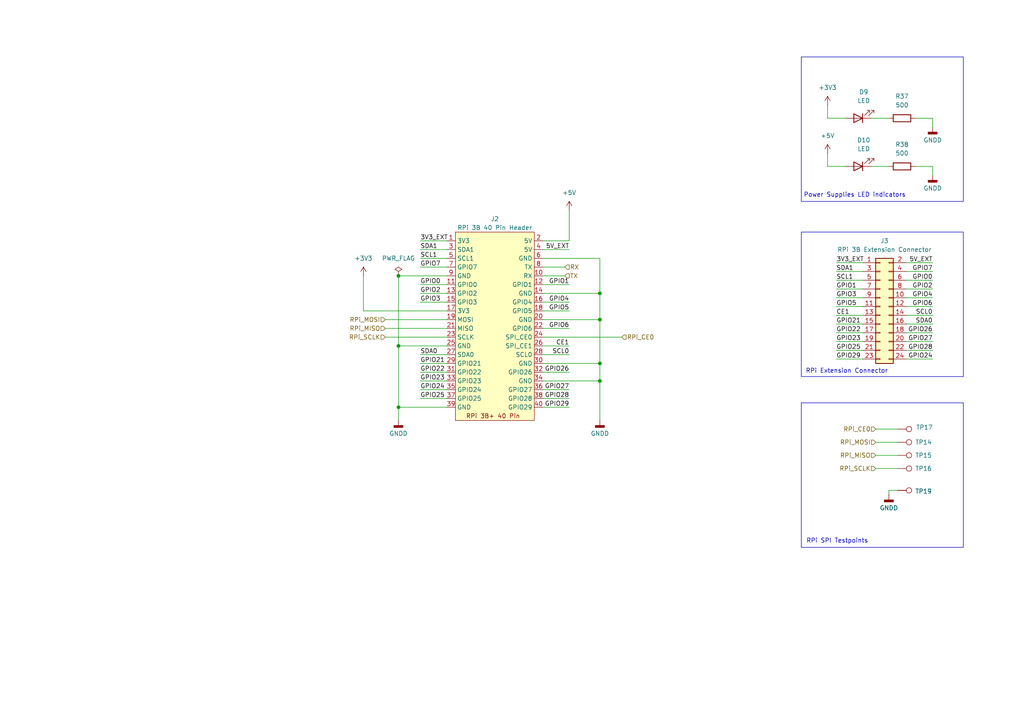
<source format=kicad_sch>
(kicad_sch (version 20250114) (generator "eeschema") (generator_version "9.0")
  (paper "A4")
  (title_block (title "EEG SHIELD") (date "2025-03-31") (rev "B") (company "Cégep de Saint-Laurent"))
  (lib_symbols
    (symbol "Connector:TestPoint" (pin_numbers (hide yes)) (pin_names (offset 0.762) (hide yes))
      (property "Reference" "TP" (at 0 6.858 0))
      (property "Value" "TestPoint" (at 0 5.08 0))
      (symbol "TestPoint_0_1"
        (circle (center 0 3.302) (radius 0.762))
      )
      (symbol "TestPoint_1_1"
        (pin passive line (at 0 0 90) (length 2.54) (name "1") (number "1"))
      )
    )
    (symbol "Connector_Generic:Conn_02x12_Odd_Even" (pin_names (offset 1.016) (hide yes))
      (property "Reference" "J" (at 1.27 15.24 0))
      (property "Value" "Conn_02x12_Odd_Even" (at 1.27 -17.78 0))
      (symbol "Conn_02x12_Odd_Even_1_1"
        (rectangle (start -1.27 13.97) (end 3.81 -16.51) (stroke (width 0.254)) (fill (type background)))
        (rectangle (start -1.27 12.827) (end 0 12.573) (stroke (width 0.1524)))
        (rectangle (start -1.27 10.287) (end 0 10.033) (stroke (width 0.1524)))
        (rectangle (start -1.27 7.747) (end 0 7.493) (stroke (width 0.1524)))
        (rectangle (start -1.27 5.207) (end 0 4.953) (stroke (width 0.1524)))
        (rectangle (start -1.27 2.667) (end 0 2.413) (stroke (width 0.1524)))
        (rectangle (start -1.27 0.127) (end 0 -0.127) (stroke (width 0.1524)))
        (rectangle (start -1.27 -2.413) (end 0 -2.667) (stroke (width 0.1524)))
        (rectangle (start -1.27 -4.953) (end 0 -5.207) (stroke (width 0.1524)))
        (rectangle (start -1.27 -7.493) (end 0 -7.747) (stroke (width 0.1524)))
        (rectangle (start -1.27 -10.033) (end 0 -10.287) (stroke (width 0.1524)))
        (rectangle (start -1.27 -12.573) (end 0 -12.827) (stroke (width 0.1524)))
        (rectangle (start -1.27 -15.113) (end 0 -15.367) (stroke (width 0.1524)))
        (rectangle (start 3.81 12.827) (end 2.54 12.573) (stroke (width 0.1524)))
        (rectangle (start 3.81 10.287) (end 2.54 10.033) (stroke (width 0.1524)))
        (rectangle (start 3.81 7.747) (end 2.54 7.493) (stroke (width 0.1524)))
        (rectangle (start 3.81 5.207) (end 2.54 4.953) (stroke (width 0.1524)))
        (rectangle (start 3.81 2.667) (end 2.54 2.413) (stroke (width 0.1524)))
        (rectangle (start 3.81 0.127) (end 2.54 -0.127) (stroke (width 0.1524)))
        (rectangle (start 3.81 -2.413) (end 2.54 -2.667) (stroke (width 0.1524)))
        (rectangle (start 3.81 -4.953) (end 2.54 -5.207) (stroke (width 0.1524)))
        (rectangle (start 3.81 -7.493) (end 2.54 -7.747) (stroke (width 0.1524)))
        (rectangle (start 3.81 -10.033) (end 2.54 -10.287) (stroke (width 0.1524)))
        (rectangle (start 3.81 -12.573) (end 2.54 -12.827) (stroke (width 0.1524)))
        (rectangle (start 3.81 -15.113) (end 2.54 -15.367) (stroke (width 0.1524)))
        (pin passive line (at -5.08 12.7 0) (length 3.81) (name "Pin_1") (number "1"))
        (pin passive line (at -5.08 10.16 0) (length 3.81) (name "Pin_3") (number "3"))
        (pin passive line (at -5.08 7.62 0) (length 3.81) (name "Pin_5") (number "5"))
        (pin passive line (at -5.08 5.08 0) (length 3.81) (name "Pin_7") (number "7"))
        (pin passive line (at -5.08 2.54 0) (length 3.81) (name "Pin_9") (number "9"))
        (pin passive line (at -5.08 0 0) (length 3.81) (name "Pin_11") (number "11"))
        (pin passive line (at -5.08 -2.54 0) (length 3.81) (name "Pin_13") (number "13"))
        (pin passive line (at -5.08 -5.08 0) (length 3.81) (name "Pin_15") (number "15"))
        (pin passive line (at -5.08 -7.62 0) (length 3.81) (name "Pin_17") (number "17"))
        (pin passive line (at -5.08 -10.16 0) (length 3.81) (name "Pin_19") (number "19"))
        (pin passive line (at -5.08 -12.7 0) (length 3.81) (name "Pin_21") (number "21"))
        (pin passive line (at -5.08 -15.24 0) (length 3.81) (name "Pin_23") (number "23"))
        (pin passive line (at 7.62 12.7 180) (length 3.81) (name "Pin_2") (number "2"))
        (pin passive line (at 7.62 10.16 180) (length 3.81) (name "Pin_4") (number "4"))
        (pin passive line (at 7.62 7.62 180) (length 3.81) (name "Pin_6") (number "6"))
        (pin passive line (at 7.62 5.08 180) (length 3.81) (name "Pin_8") (number "8"))
        (pin passive line (at 7.62 2.54 180) (length 3.81) (name "Pin_10") (number "10"))
        (pin passive line (at 7.62 0 180) (length 3.81) (name "Pin_12") (number "12"))
        (pin passive line (at 7.62 -2.54 180) (length 3.81) (name "Pin_14") (number "14"))
        (pin passive line (at 7.62 -5.08 180) (length 3.81) (name "Pin_16") (number "16"))
        (pin passive line (at 7.62 -7.62 180) (length 3.81) (name "Pin_18") (number "18"))
        (pin passive line (at 7.62 -10.16 180) (length 3.81) (name "Pin_20") (number "20"))
        (pin passive line (at 7.62 -12.7 180) (length 3.81) (name "Pin_22") (number "22"))
        (pin passive line (at 7.62 -15.24 180) (length 3.81) (name "Pin_24") (number "24"))
      )
    )
    (symbol "Device:LED" (pin_numbers (hide yes)) (pin_names (offset 1.016) (hide yes))
      (property "Reference" "D" (at 0 2.54 0))
      (property "Value" "LED" (at 0 -2.54 0))
      (symbol "LED_0_1"
        (polyline (pts (xy -3.048 -0.762) (xy -4.572 -2.286) (xy -3.81 -2.286) (xy -4.572 -2.286) (xy -4.572 -1.524)))
        (polyline (pts (xy -1.778 -0.762) (xy -3.302 -2.286) (xy -2.54 -2.286) (xy -3.302 -2.286) (xy -3.302 -1.524)))
        (polyline (pts (xy -1.27 0) (xy 1.27 0)))
        (polyline (pts (xy -1.27 -1.27) (xy -1.27 1.27)) (stroke (width 0.254)))
        (polyline (pts (xy 1.27 -1.27) (xy 1.27 1.27) (xy -1.27 0) (xy 1.27 -1.27)) (stroke (width 0.254)))
      )
      (symbol "LED_1_1"
        (pin passive line (at -3.81 0 0) (length 2.54) (name "K") (number "1"))
        (pin passive line (at 3.81 0 180) (length 2.54) (name "A") (number "2"))
      )
    )
    (symbol "Device:R" (pin_numbers (hide yes)) (pin_names (offset 0))
      (property "Reference" "R" (at 2.032 0 90))
      (property "Value" "R" (at 0 0 90))
      (symbol "R_0_1"
        (rectangle (start -1.016 -2.54) (end 1.016 2.54) (stroke (width 0.254)))
      )
      (symbol "R_1_1"
        (pin passive line (at 0 3.81 270) (length 1.27) (name "~") (number "1"))
        (pin passive line (at 0 -3.81 90) (length 1.27) (name "~") (number "2"))
      )
    )
    (symbol "RPi_3B:40_PinOut"
      (property "Reference" "J" (at -10.922 27.686 0))
      (symbol "40_PinOut_1_1"
        (rectangle (start -11.43 26.67) (end 11.43 -27.94) (fill (type background)))
        (text "RPi 3B+ 40 Pin" (at -0.508 -26.67 0) (effects (font (size 1.27 1.27))))
        (pin power_out line (at -13.97 24.13 0) (length 2.54) (name "3V3") (number "1"))
        (pin bidirectional line (at -13.97 21.59 0) (length 2.54) (name "SDA1") (number "3"))
        (pin bidirectional line (at -13.97 19.05 0) (length 2.54) (name "SCL1") (number "5"))
        (pin bidirectional line (at -13.97 16.51 0) (length 2.54) (name "GPIO7") (number "7"))
        (pin power_in line (at -13.97 13.97 0) (length 2.54) (name "GND") (number "9"))
        (pin bidirectional line (at -13.97 11.43 0) (length 2.54) (name "GPIO0") (number "11"))
        (pin bidirectional line (at -13.97 8.89 0) (length 2.54) (name "GPIO2") (number "13"))
        (pin bidirectional line (at -13.97 6.35 0) (length 2.54) (name "GPIO3") (number "15"))
        (pin power_out line (at -13.97 3.81 0) (length 2.54) (name "3V3") (number "17"))
        (pin bidirectional line (at -13.97 1.27 0) (length 2.54) (name "MOSI") (number "19"))
        (pin bidirectional line (at -13.97 -1.27 0) (length 2.54) (name "MISO") (number "21"))
        (pin bidirectional line (at -13.97 -3.81 0) (length 2.54) (name "SCLK") (number "23"))
        (pin power_in line (at -13.97 -6.35 0) (length 2.54) (name "GND") (number "25"))
        (pin bidirectional line (at -13.97 -8.89 0) (length 2.54) (name "SDA0") (number "27"))
        (pin bidirectional line (at -13.97 -11.43 0) (length 2.54) (name "GPIO21") (number "29"))
        (pin bidirectional line (at -13.97 -13.97 0) (length 2.54) (name "GPIO22") (number "31"))
        (pin bidirectional line (at -13.97 -16.51 0) (length 2.54) (name "GPIO23") (number "33"))
        (pin bidirectional line (at -13.97 -19.05 0) (length 2.54) (name "GPIO24") (number "35"))
        (pin bidirectional line (at -13.97 -21.59 0) (length 2.54) (name "GPIO25") (number "37"))
        (pin power_in line (at -13.97 -24.13 0) (length 2.54) (name "GND") (number "39"))
        (pin power_out line (at 13.97 24.13 180) (length 2.54) (name "5V") (number "2"))
        (pin power_out line (at 13.97 21.59 180) (length 2.54) (name "5V") (number "4"))
        (pin power_in line (at 13.97 19.05 180) (length 2.54) (name "GND") (number "6"))
        (pin bidirectional line (at 13.97 16.51 180) (length 2.54) (name "TX") (number "8"))
        (pin bidirectional line (at 13.97 13.97 180) (length 2.54) (name "RX") (number "10"))
        (pin bidirectional line (at 13.97 11.43 180) (length 2.54) (name "GPIO1") (number "12"))
        (pin power_in line (at 13.97 8.89 180) (length 2.54) (name "GND") (number "14"))
        (pin bidirectional line (at 13.97 6.35 180) (length 2.54) (name "GPIO4") (number "16"))
        (pin bidirectional line (at 13.97 3.81 180) (length 2.54) (name "GPIO5") (number "18"))
        (pin power_in line (at 13.97 1.27 180) (length 2.54) (name "GND") (number "20"))
        (pin bidirectional line (at 13.97 -1.27 180) (length 2.54) (name "GPIO6") (number "22"))
        (pin bidirectional line (at 13.97 -3.81 180) (length 2.54) (name "SPI_CE0") (number "24"))
        (pin bidirectional line (at 13.97 -6.35 180) (length 2.54) (name "SPI_CE1") (number "26"))
        (pin bidirectional line (at 13.97 -8.89 180) (length 2.54) (name "SCL0") (number "28"))
        (pin power_in line (at 13.97 -11.43 180) (length 2.54) (name "GND") (number "30"))
        (pin bidirectional line (at 13.97 -13.97 180) (length 2.54) (name "GPIO26") (number "32"))
        (pin power_in line (at 13.97 -16.51 180) (length 2.54) (name "GND") (number "34"))
        (pin bidirectional line (at 13.97 -19.05 180) (length 2.54) (name "GPIO27") (number "36"))
        (pin bidirectional line (at 13.97 -21.59 180) (length 2.54) (name "GPIO28") (number "38"))
        (pin bidirectional line (at 13.97 -24.13 180) (length 2.54) (name "GPIO29") (number "40"))
      )
    )
    (symbol "power:+3V3" (power) (pin_numbers (hide yes)) (pin_names (offset 0) (hide yes))
      (property "Value" "+3V3" (at 0 3.556 0))
      (symbol "+3V3_0_1"
        (polyline (pts (xy -0.762 1.27) (xy 0 2.54)))
        (polyline (pts (xy 0 2.54) (xy 0.762 1.27)))
        (polyline (pts (xy 0 0) (xy 0 2.54)))
      )
      (symbol "+3V3_1_1"
        (pin power_in line (at 0 0 90) (length 0) (name "~") (number "1"))
      )
    )
    (symbol "power:+5V" (power) (pin_numbers (hide yes)) (pin_names (offset 0) (hide yes))
      (property "Value" "+5V" (at 0 3.556 0))
      (symbol "+5V_0_1"
        (polyline (pts (xy -0.762 1.27) (xy 0 2.54)))
        (polyline (pts (xy 0 2.54) (xy 0.762 1.27)))
        (polyline (pts (xy 0 0) (xy 0 2.54)))
      )
      (symbol "+5V_1_1"
        (pin power_in line (at 0 0 90) (length 0) (name "~") (number "1"))
      )
    )
    (symbol "power:GNDD" (power) (pin_numbers (hide yes)) (pin_names (offset 0) (hide yes))
      (property "Value" "GNDD" (at 0 -3.175 0))
      (symbol "GNDD_0_1"
        (rectangle (start -1.27 -1.524) (end 1.27 -2.032) (stroke (width 0.254)) (fill (type outline)))
        (polyline (pts (xy 0 0) (xy 0 -1.524)))
      )
      (symbol "GNDD_1_1"
        (pin power_in line (at 0 0 270) (length 0) (name "~") (number "1"))
      )
    )
    (symbol "power:PWR_FLAG" (power) (pin_numbers (hide yes)) (pin_names (offset 0) (hide yes))
      (property "Value" "PWR_FLAG" (at 0 3.81 0))
      (symbol "PWR_FLAG_0_0"
        (pin power_out line (at 0 0 90) (length 0) (name "~") (number "1"))
      )
      (symbol "PWR_FLAG_0_1"
        (polyline (pts (xy 0 0) (xy 0 1.27) (xy -1.016 1.905) (xy 0 2.54) (xy 1.016 1.905) (xy 0 1.27)))
      )
    )
  )
  (rectangle (start 232.41 67.31) (end 279.4 109.22))
  (rectangle (start 232.41 16.51) (end 279.4 58.42))
  (rectangle (start 232.41 116.84) (end 279.4 158.75))
  (text "RPi SPI Testpoints" (at 242.824 156.972 0) (effects (font (size 1.27 1.27))))
  (text "RPi Extension Connector" (at 245.618 107.696 0) (effects (font (size 1.27 1.27))))
  (text "Power Supplies LED indicators" (at 247.904 56.642 0) (effects (font (size 1.27 1.27))))
  (junction (at 115.57 118.11))
  (junction (at 173.99 92.71))
  (junction (at 115.57 80.01))
  (junction (at 115.57 100.33))
  (junction (at 173.99 110.49))
  (junction (at 173.99 105.41))
  (junction (at 173.99 85.09))
  (wire (pts (xy 121.92 85.09) (xy 129.54 85.09)))
  (wire (pts (xy 270.51 101.6) (xy 262.89 101.6)))
  (wire (pts (xy 121.92 107.95) (xy 129.54 107.95)))
  (wire (pts (xy 165.1 102.87) (xy 157.48 102.87)))
  (wire (pts (xy 115.57 80.01) (xy 129.54 80.01)))
  (wire (pts (xy 173.99 85.09) (xy 173.99 74.93)))
  (wire (pts (xy 105.41 90.17) (xy 129.54 90.17)))
  (wire (pts (xy 242.57 83.82) (xy 250.19 83.82)))
  (wire (pts (xy 270.51 86.36) (xy 262.89 86.36)))
  (wire (pts (xy 270.51 83.82) (xy 262.89 83.82)))
  (wire (pts (xy 115.57 118.11) (xy 115.57 121.92)))
  (wire (pts (xy 165.1 69.85) (xy 157.48 69.85)))
  (wire (pts (xy 111.76 92.71) (xy 129.54 92.71)))
  (wire (pts (xy 121.92 69.85) (xy 129.54 69.85)))
  (wire (pts (xy 242.57 91.44) (xy 250.19 91.44)))
  (wire (pts (xy 242.57 101.6) (xy 250.19 101.6)))
  (wire (pts (xy 121.92 115.57) (xy 129.54 115.57)))
  (wire (pts (xy 165.1 115.57) (xy 157.48 115.57)))
  (wire (pts (xy 115.57 118.11) (xy 115.57 100.33)))
  (wire (pts (xy 165.1 72.39) (xy 157.48 72.39)))
  (wire (pts (xy 252.73 34.29) (xy 257.81 34.29)))
  (wire (pts (xy 129.54 118.11) (xy 115.57 118.11)))
  (wire (pts (xy 242.57 78.74) (xy 250.19 78.74)))
  (wire (pts (xy 254 124.46) (xy 260.35 124.46)))
  (wire (pts (xy 115.57 100.33) (xy 129.54 100.33)))
  (wire (pts (xy 121.92 105.41) (xy 129.54 105.41)))
  (wire (pts (xy 157.48 105.41) (xy 173.99 105.41)))
  (wire (pts (xy 270.51 50.8) (xy 270.51 48.26)))
  (wire (pts (xy 254 135.89) (xy 260.35 135.89)))
  (wire (pts (xy 173.99 110.49) (xy 157.48 110.49)))
  (wire (pts (xy 254 132.08) (xy 260.35 132.08)))
  (wire (pts (xy 157.48 80.01) (xy 163.83 80.01)))
  (wire (pts (xy 270.51 34.29) (xy 265.43 34.29)))
  (wire (pts (xy 270.51 36.83) (xy 270.51 34.29)))
  (wire (pts (xy 173.99 110.49) (xy 173.99 105.41)))
  (wire (pts (xy 270.51 88.9) (xy 262.89 88.9)))
  (wire (pts (xy 121.92 113.03) (xy 129.54 113.03)))
  (wire (pts (xy 121.92 110.49) (xy 129.54 110.49)))
  (wire (pts (xy 242.57 104.14) (xy 250.19 104.14)))
  (wire (pts (xy 242.57 93.98) (xy 250.19 93.98)))
  (wire (pts (xy 270.51 78.74) (xy 262.89 78.74)))
  (wire (pts (xy 252.73 48.26) (xy 257.81 48.26)))
  (wire (pts (xy 165.1 100.33) (xy 157.48 100.33)))
  (wire (pts (xy 165.1 90.17) (xy 157.48 90.17)))
  (wire (pts (xy 165.1 87.63) (xy 157.48 87.63)))
  (wire (pts (xy 165.1 60.96) (xy 165.1 69.85)))
  (wire (pts (xy 240.03 34.29) (xy 240.03 30.48)))
  (wire (pts (xy 270.51 96.52) (xy 262.89 96.52)))
  (wire (pts (xy 173.99 85.09) (xy 157.48 85.09)))
  (wire (pts (xy 173.99 92.71) (xy 157.48 92.71)))
  (wire (pts (xy 242.57 99.06) (xy 250.19 99.06)))
  (wire (pts (xy 173.99 105.41) (xy 173.99 92.71)))
  (wire (pts (xy 270.51 99.06) (xy 262.89 99.06)))
  (wire (pts (xy 121.92 82.55) (xy 129.54 82.55)))
  (wire (pts (xy 254 128.27) (xy 260.35 128.27)))
  (wire (pts (xy 105.41 80.01) (xy 105.41 90.17)))
  (wire (pts (xy 257.81 143.51) (xy 257.81 142.24)))
  (wire (pts (xy 157.48 77.47) (xy 163.83 77.47)))
  (wire (pts (xy 121.92 102.87) (xy 129.54 102.87)))
  (wire (pts (xy 165.1 113.03) (xy 157.48 113.03)))
  (wire (pts (xy 245.11 48.26) (xy 240.03 48.26)))
  (wire (pts (xy 242.57 86.36) (xy 250.19 86.36)))
  (wire (pts (xy 121.92 74.93) (xy 129.54 74.93)))
  (wire (pts (xy 242.57 76.2) (xy 250.19 76.2)))
  (wire (pts (xy 245.11 34.29) (xy 240.03 34.29)))
  (wire (pts (xy 270.51 104.14) (xy 262.89 104.14)))
  (wire (pts (xy 240.03 48.26) (xy 240.03 44.45)))
  (wire (pts (xy 242.57 81.28) (xy 250.19 81.28)))
  (wire (pts (xy 257.81 142.24) (xy 260.35 142.24)))
  (wire (pts (xy 115.57 100.33) (xy 115.57 80.01)))
  (wire (pts (xy 173.99 74.93) (xy 157.48 74.93)))
  (wire (pts (xy 165.1 118.11) (xy 157.48 118.11)))
  (wire (pts (xy 270.51 81.28) (xy 262.89 81.28)))
  (wire (pts (xy 121.92 72.39) (xy 129.54 72.39)))
  (wire (pts (xy 121.92 87.63) (xy 129.54 87.63)))
  (wire (pts (xy 242.57 96.52) (xy 250.19 96.52)))
  (wire (pts (xy 111.76 95.25) (xy 129.54 95.25)))
  (wire (pts (xy 270.51 93.98) (xy 262.89 93.98)))
  (wire (pts (xy 165.1 95.25) (xy 157.48 95.25)))
  (wire (pts (xy 165.1 82.55) (xy 157.48 82.55)))
  (wire (pts (xy 262.89 76.2) (xy 270.51 76.2)))
  (wire (pts (xy 157.48 97.79) (xy 180.34 97.79)))
  (wire (pts (xy 242.57 88.9) (xy 250.19 88.9)))
  (wire (pts (xy 165.1 107.95) (xy 157.48 107.95)))
  (wire (pts (xy 111.76 97.79) (xy 129.54 97.79)))
  (wire (pts (xy 173.99 92.71) (xy 173.99 85.09)))
  (wire (pts (xy 270.51 91.44) (xy 262.89 91.44)))
  (wire (pts (xy 173.99 121.92) (xy 173.99 110.49)))
  (wire (pts (xy 270.51 48.26) (xy 265.43 48.26)))
  (wire (pts (xy 121.92 77.47) (xy 129.54 77.47)))
  (label "GPIO24" (at 121.92 113.03 0))
  (label "GPIO28" (at 165.1 115.57 180))
  (label "SDA0" (at 121.92 102.87 0))
  (label "GPIO2" (at 121.92 85.09 0))
  (label "SDA1" (at 242.57 78.74 0))
  (label "GPIO26" (at 270.51 96.52 180))
  (label "GPIO21" (at 121.92 105.41 0))
  (label "GPIO1" (at 242.57 83.82 0))
  (label "5V_EXT" (at 165.1 72.39 180))
  (label "SDA0" (at 270.51 93.98 180))
  (label "CE1" (at 165.1 100.33 180))
  (label "GPIO0" (at 270.51 81.28 180))
  (label "GPIO25" (at 242.57 101.6 0))
  (label "GPIO27" (at 165.1 113.03 180))
  (label "SCL1" (at 242.57 81.28 0))
  (label "GPIO0" (at 121.92 82.55 0))
  (label "GPIO24" (at 270.51 104.14 180))
  (label "GPIO7" (at 270.51 78.74 180))
  (label "GPIO22" (at 121.92 107.95 0))
  (label "5V_EXT" (at 270.51 76.2 180))
  (label "GPIO1" (at 165.1 82.55 180))
  (label "SCL0" (at 270.51 91.44 180))
  (label "GPIO5" (at 242.57 88.9 0))
  (label "GPIO2" (at 270.51 83.82 180))
  (label "SCL0" (at 165.1 102.87 180))
  (label "GPIO4" (at 270.51 86.36 180))
  (label "GPIO23" (at 121.92 110.49 0))
  (label "3V3_EXT" (at 121.92 69.85 0))
  (label "GPIO4" (at 165.1 87.63 180))
  (label "GPIO22" (at 242.57 96.52 0))
  (label "GPIO6" (at 270.51 88.9 180))
  (label "GPIO3" (at 242.57 86.36 0))
  (label "GPIO29" (at 242.57 104.14 0))
  (label "GPIO26" (at 165.1 107.95 180))
  (label "GPIO7" (at 121.92 77.47 0))
  (label "SDA1" (at 121.92 72.39 0))
  (label "GPIO25" (at 121.92 115.57 0))
  (label "GPIO27" (at 270.51 99.06 180))
  (label "GPIO23" (at 242.57 99.06 0))
  (label "CE1" (at 242.57 91.44 0))
  (label "GPIO5" (at 165.1 90.17 180))
  (label "GPIO6" (at 165.1 95.25 180))
  (label "GPIO3" (at 121.92 87.63 0))
  (label "GPIO21" (at 242.57 93.98 0))
  (label "GPIO28" (at 270.51 101.6 180))
  (label "3V3_EXT" (at 242.57 76.2 0))
  (label "GPIO29" (at 165.1 118.11 180))
  (label "SCL1" (at 121.92 74.93 0))
  (hierarchical_label "RPi_MISO" (shape input) (at 254 132.08 180))
  (hierarchical_label "RX" (shape input) (at 163.83 77.47 0))
  (hierarchical_label "RPi_CE0" (shape input) (at 180.34 97.79 0))
  (hierarchical_label "RPi_CE0" (shape input) (at 254 124.46 180))
  (hierarchical_label "TX" (shape input) (at 163.83 80.01 0))
  (hierarchical_label "RPi_MOSI" (shape input) (at 254 128.27 180))
  (hierarchical_label "RPi_MOSI" (shape input) (at 111.76 92.71 180))
  (hierarchical_label "RPi_SCLK" (shape input) (at 254 135.89 180))
  (hierarchical_label "RPi_SCLK" (shape input) (at 111.76 97.79 180))
  (hierarchical_label "RPi_MISO" (shape input) (at 111.76 95.25 180))
  (symbol (lib_id "power:+3V3") (at 105.41 80.01 0) (unit 1)
    (property "Reference" "#PWR04" (effects (hide yes)))
    (property "Value" "+3V3" (at 105.41 74.93 0))
    (property "Description" "Power symbol creates a global label with name \"+3V3\"" (effects (hide yes)))
  )
  (symbol (lib_id "power:PWR_FLAG") (at 115.57 80.01 0) (unit 1)
    (property "Reference" "#FLG05" (effects (hide yes)))
    (property "Value" "PWR_FLAG" (at 115.57 74.93 0))
    (property "Description" "Special symbol for telling ERC where power comes from" (effects (hide yes)))
  )
  (symbol (lib_id "power:GNDD") (at 173.99 121.92 0) (unit 1)
    (property "Reference" "#PWR056" (effects (hide yes)))
    (property "Value" "GNDD" (at 173.99 125.73 0))
    (property "Description" "Power symbol creates a global label with name \"GNDD\" , digital ground" (effects (hide yes)))
  )
  (symbol (lib_id "power:+5V") (at 165.1 60.96 0) (unit 1)
    (property "Reference" "#PWR01" (effects (hide yes)))
    (property "Value" "+5V" (at 165.1 55.88 0))
    (property "Description" "Power symbol creates a global label with name \"+5V\"" (effects (hide yes)))
  )
  (symbol (lib_id "Connector:TestPoint") (at 260.35 135.89 270) (unit 1)
    (property "Reference" "TP16" (at 265.43 135.89 90) (effects (justify left)))
    (property "Value" "TestPoint" (effects (hide yes)))
    (property "Footprint" "TestPoint:TestPoint_Keystone_5000-5004_Miniature" (effects (hide yes)))
    (property "Description" "test point" (effects (hide yes)))
  )
  (symbol (lib_id "power:+5V") (at 240.03 44.45 0) (unit 1)
    (property "Reference" "#PWR034" (effects (hide yes)))
    (property "Value" "+5V" (at 240.03 39.37 0))
    (property "Description" "Power symbol creates a global label with name \"+5V\"" (effects (hide yes)))
  )
  (symbol (lib_id "Device:R") (at 261.62 34.29 90) (unit 1)
    (property "Reference" "R37" (at 261.62 27.94 90))
    (property "Value" "500" (at 261.62 30.48 90))
    (property "Footprint" "Resistor_SMD:R_0603_1608Metric_Pad0.98x0.95mm_HandSolder" (effects (hide yes)))
    (property "Description" "Resistor" (effects (hide yes)))
  )
  (symbol (lib_id "power:+3V3") (at 240.03 30.48 0) (unit 1)
    (property "Reference" "#PWR033" (effects (hide yes)))
    (property "Value" "+3V3" (at 240.03 25.4 0))
    (property "Description" "Power symbol creates a global label with name \"+3V3\"" (effects (hide yes)))
  )
  (symbol (lib_id "Connector:TestPoint") (at 260.35 132.08 270) (unit 1)
    (property "Reference" "TP15" (at 265.43 132.08 90) (effects (justify left)))
    (property "Value" "TestPoint" (effects (hide yes)))
    (property "Footprint" "TestPoint:TestPoint_Keystone_5000-5004_Miniature" (effects (hide yes)))
    (property "Description" "test point" (effects (hide yes)))
  )
  (symbol (lib_id "power:GNDD") (at 270.51 36.83 0) (unit 1)
    (property "Reference" "#PWR062" (effects (hide yes)))
    (property "Value" "GNDD" (at 270.51 40.64 0))
    (property "Description" "Power symbol creates a global label with name \"GNDD\" , digital ground" (effects (hide yes)))
  )
  (symbol (lib_id "Connector:TestPoint") (at 260.35 142.24 270) (unit 1)
    (property "Reference" "TP19" (at 265.43 142.494 90) (effects (justify left)))
    (property "Value" "TestPoint" (effects (hide yes)))
    (property "Footprint" "TestPoint:TestPoint_Keystone_5000-5004_Miniature" (effects (hide yes)))
    (property "Description" "test point" (effects (hide yes)))
  )
  (symbol (lib_id "RPi_3B:40_PinOut") (at 143.51 93.98 0) (unit 1)
    (property "Reference" "J2" (at 143.51 63.5 0))
    (property "Value" "RPi 3B 40 Pin Header" (at 143.51 66.04 0))
    (property "Footprint" "Connector_PinSocket_2.54mm:PinSocket_2x20_P2.54mm_Vertical" (effects (hide yes)))
  )
  (symbol (lib_id "power:GNDD") (at 270.51 50.8 0) (unit 1)
    (property "Reference" "#PWR063" (effects (hide yes)))
    (property "Value" "GNDD" (at 270.51 54.61 0))
    (property "Description" "Power symbol creates a global label with name \"GNDD\" , digital ground" (effects (hide yes)))
  )
  (symbol (lib_id "power:GNDD") (at 115.57 121.92 0) (unit 1)
    (property "Reference" "#PWR057" (effects (hide yes)))
    (property "Value" "GNDD" (at 115.57 125.73 0))
    (property "Description" "Power symbol creates a global label with name \"GNDD\" , digital ground" (effects (hide yes)))
  )
  (symbol (lib_id "Device:LED") (at 248.92 34.29 180) (unit 1)
    (property "Reference" "D9" (at 250.5075 26.67 0))
    (property "Value" "LED" (at 250.5075 29.21 0))
    (property "Footprint" "LED_SMD:LED_0603_1608Metric_Pad1.05x0.95mm_HandSolder" (effects (hide yes)))
    (property "Description" "Light emitting diode" (effects (hide yes)))
    (property "Sim.Pins" "1=K 2=A" (effects (hide yes)))
  )
  (symbol (lib_id "Device:LED") (at 248.92 48.26 180) (unit 1)
    (property "Reference" "D10" (at 250.5075 40.64 0))
    (property "Value" "LED" (at 250.5075 43.18 0))
    (property "Footprint" "LED_SMD:LED_0603_1608Metric_Pad1.05x0.95mm_HandSolder" (effects (hide yes)))
    (property "Description" "Light emitting diode" (effects (hide yes)))
    (property "Sim.Pins" "1=K 2=A" (effects (hide yes)))
  )
  (symbol (lib_id "Device:R") (at 261.62 48.26 90) (unit 1)
    (property "Reference" "R38" (at 261.62 41.91 90))
    (property "Value" "500" (at 261.62 44.45 90))
    (property "Footprint" "Resistor_SMD:R_0603_1608Metric_Pad0.98x0.95mm_HandSolder" (effects (hide yes)))
    (property "Description" "Resistor" (effects (hide yes)))
  )
  (symbol (lib_id "Connector:TestPoint") (at 260.35 128.27 270) (unit 1)
    (property "Reference" "TP14" (at 265.43 128.27 90) (effects (justify left)))
    (property "Value" "TestPoint" (effects (hide yes)))
    (property "Footprint" "TestPoint:TestPoint_Keystone_5000-5004_Miniature" (effects (hide yes)))
    (property "Description" "test point" (effects (hide yes)))
  )
  (symbol (lib_id "Connector_Generic:Conn_02x12_Odd_Even") (at 255.27 88.9 0) (unit 1)
    (property "Reference" "J3" (at 256.54 69.85 0))
    (property "Value" "RPi 3B Extension Connector" (at 256.54 72.39 0))
    (property "Footprint" "Connector_PinHeader_2.54mm:PinHeader_2x12_P2.54mm_Vertical" (effects (hide yes)))
    (property "Description" "Generic connector, double row, 02x12, odd/even pin numbering scheme (row 1 odd numbers, row 2 even numbers), script generated (kicad-library-utils/schlib/autogen/connector/)" (effects (hide yes)))
  )
  (symbol (lib_id "Connector:TestPoint") (at 260.35 124.46 270) (unit 1)
    (property "Reference" "TP17" (at 265.684 123.952 90) (effects (justify left)))
    (property "Value" "TestPoint" (effects (hide yes)))
    (property "Footprint" "TestPoint:TestPoint_Keystone_5000-5004_Miniature" (effects (hide yes)))
    (property "Description" "test point" (effects (hide yes)))
  )
  (symbol (lib_id "power:GNDD") (at 257.81 143.51 0) (unit 1)
    (property "Reference" "#PWR060" (effects (hide yes)))
    (property "Value" "GNDD" (at 257.81 147.32 0))
    (property "Description" "Power symbol creates a global label with name \"GNDD\" , digital ground" (effects (hide yes)))
  )
)
</source>
